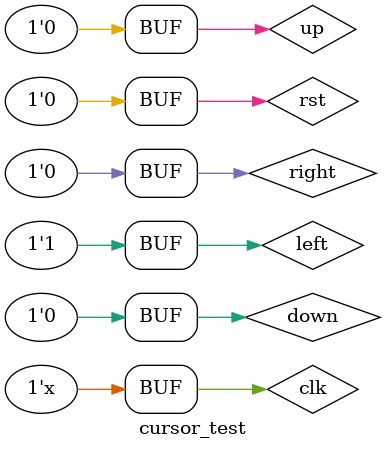
<source format=v>
`timescale 1ns / 1ps

module cursor_test;

	// Inputs
	reg clk;
	reg rst;
	reg up;
	reg down;
	reg left;
	reg right;

	// Outputs
	wire [35:0] cur_bus;

	// Instantiate the Unit Under Test (UUT)
	cursor uut (
		.clk(clk), 
		.rst(rst), 
		.up(up), 
		.down(down), 
		.left(left), 
		.right(right), 
		.cur_bus(cur_bus)
	);

	initial begin
		// Initialize Inputs
		clk = 0;
		rst = 0;
		up = 0;
		down = 0;
		left = 0;
		right = 0;

		// Wait 100 ns for global reset to finish
		#100;
        
		// Add stimulus here
    left = 1;
	end
  
  always #5 clk = ~clk;
endmodule


</source>
